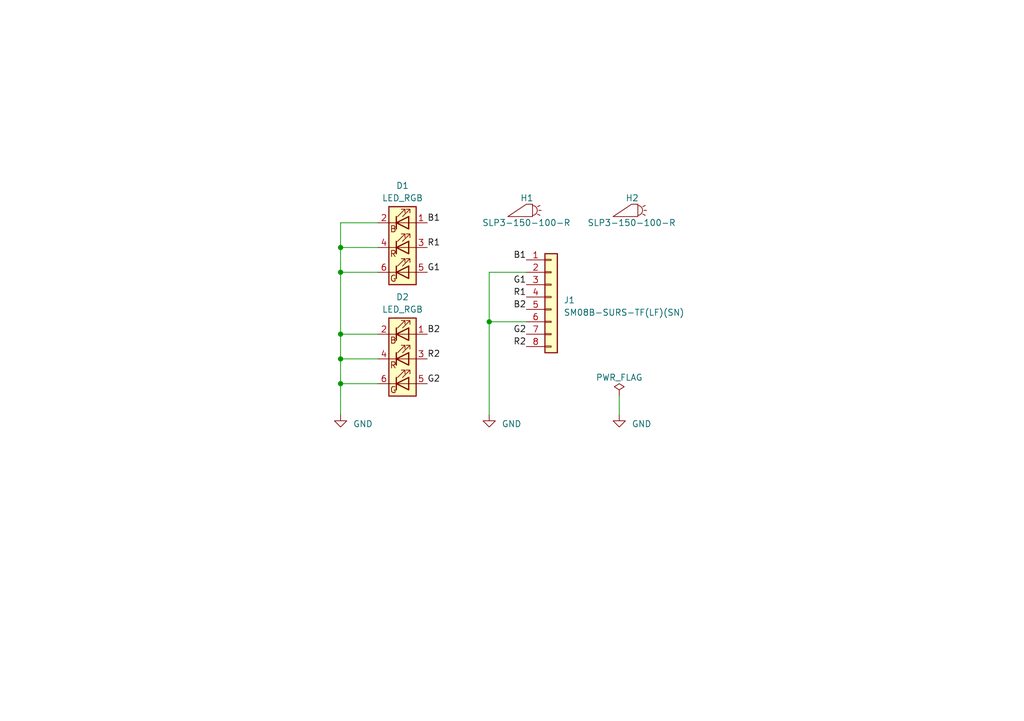
<source format=kicad_sch>
(kicad_sch (version 20230121) (generator eeschema)
  (paper "A5")
  (title_block (title "PCIe Bracket LED PCB") (date "2023-03-24") (rev "A") (company "Open Ephys, Inc") (comment 1 "Cris Sharp"))
  (lib_symbols
    (symbol "Connector_Generic:Conn_01x08" (pin_names (offset 1.016) hide)
      (property "Reference" "J" (at 0 10.16 0))
      (property "Value" "Conn_01x08" (at 0 -12.7 0))
      (symbol "Conn_01x08_1_1"
        (rectangle (start -1.27 -10.033) (end 0 -10.287) (stroke (width 0.1524)))
        (rectangle (start -1.27 -7.493) (end 0 -7.747) (stroke (width 0.1524)))
        (rectangle (start -1.27 -4.953) (end 0 -5.207) (stroke (width 0.1524)))
        (rectangle (start -1.27 -2.413) (end 0 -2.667) (stroke (width 0.1524)))
        (rectangle (start -1.27 0.127) (end 0 -0.127) (stroke (width 0.1524)))
        (rectangle (start -1.27 2.667) (end 0 2.413) (stroke (width 0.1524)))
        (rectangle (start -1.27 5.207) (end 0 4.953) (stroke (width 0.1524)))
        (rectangle (start -1.27 7.747) (end 0 7.493) (stroke (width 0.1524)))
        (rectangle (start -1.27 8.89) (end 1.27 -11.43) (stroke (width 0.254)) (fill (type background)))
        (pin passive line (at -5.08 7.62 0) (length 3.81) (name "Pin_1") (number "1"))
        (pin passive line (at -5.08 5.08 0) (length 3.81) (name "Pin_2") (number "2"))
        (pin passive line (at -5.08 2.54 0) (length 3.81) (name "Pin_3") (number "3"))
        (pin passive line (at -5.08 0 0) (length 3.81) (name "Pin_4") (number "4"))
        (pin passive line (at -5.08 -2.54 0) (length 3.81) (name "Pin_5") (number "5"))
        (pin passive line (at -5.08 -5.08 0) (length 3.81) (name "Pin_6") (number "6"))
        (pin passive line (at -5.08 -7.62 0) (length 3.81) (name "Pin_7") (number "7"))
        (pin passive line (at -5.08 -10.16 0) (length 3.81) (name "Pin_8") (number "8"))
      )
    )
    (symbol "Open Ephys:EAST1616RGBA8" (pin_names (offset 0) hide)
      (property "Reference" "D1" (at 0 12.7 0))
      (property "Value" "LED_RGB" (at 0 10.16 0))
      (symbol "EAST1616RGBA8_0_0"
        (text "B" (at -1.905 3.81 0) (effects (font (size 1.27 1.27))))
        (text "G" (at -1.905 -6.35 0) (effects (font (size 1.27 1.27))))
        (text "R" (at -1.905 -1.27 0) (effects (font (size 1.27 1.27))))
      )
      (symbol "EAST1616RGBA8_0_1"
        (rectangle (start -2.794 8.382) (end 2.794 -7.62) (stroke (width 0.254)) (fill (type background)))
        (polyline (pts (xy -1.27 -5.08) (xy -2.54 -5.08)))
        (polyline (pts (xy -1.27 -5.08) (xy 1.27 -5.08)))
        (polyline (pts (xy -1.27 -3.81) (xy -1.27 -6.35)) (stroke (width 0.254)))
        (polyline (pts (xy -1.27 0) (xy -2.54 0)))
        (polyline (pts (xy -1.27 1.27) (xy -1.27 -1.27)) (stroke (width 0.254)))
        (polyline (pts (xy -1.27 5.08) (xy -2.54 5.08)))
        (polyline (pts (xy -1.27 5.08) (xy 1.27 5.08)))
        (polyline (pts (xy -1.27 6.35) (xy -1.27 3.81)) (stroke (width 0.254)))
        (polyline (pts (xy 1.27 -5.08) (xy 2.54 -5.08)))
        (polyline (pts (xy 1.27 0) (xy -1.27 0)))
        (polyline (pts (xy 1.27 0) (xy 2.54 0)))
        (polyline (pts (xy 1.27 5.08) (xy 2.54 5.08)))
        (polyline (pts (xy -1.27 1.27) (xy -1.27 -1.27) (xy -1.27 -1.27)))
        (polyline (pts (xy -1.27 6.35) (xy -1.27 3.81) (xy -1.27 3.81)))
        (polyline (pts (xy 1.27 -3.81) (xy 1.27 -6.35) (xy -1.27 -5.08) (xy 1.27 -3.81)) (stroke (width 0.254)))
        (polyline (pts (xy 1.27 1.27) (xy 1.27 -1.27) (xy -1.27 0) (xy 1.27 1.27)) (stroke (width 0.254)))
        (polyline (pts (xy 1.27 6.35) (xy 1.27 3.81) (xy -1.27 5.08) (xy 1.27 6.35)) (stroke (width 0.254)))
        (polyline (pts (xy -1.016 -3.81) (xy 0.508 -2.286) (xy -0.254 -2.286) (xy 0.508 -2.286) (xy 0.508 -3.048)))
        (polyline (pts (xy -1.016 1.27) (xy 0.508 2.794) (xy -0.254 2.794) (xy 0.508 2.794) (xy 0.508 2.032)))
        (polyline (pts (xy -1.016 6.35) (xy 0.508 7.874) (xy -0.254 7.874) (xy 0.508 7.874) (xy 0.508 7.112)))
        (polyline (pts (xy 0 -3.81) (xy 1.524 -2.286) (xy 0.762 -2.286) (xy 1.524 -2.286) (xy 1.524 -3.048)))
        (polyline (pts (xy 0 1.27) (xy 1.524 2.794) (xy 0.762 2.794) (xy 1.524 2.794) (xy 1.524 2.032)))
        (polyline (pts (xy 0 6.35) (xy 1.524 7.874) (xy 0.762 7.874) (xy 1.524 7.874) (xy 1.524 7.112)))
        (rectangle (start 1.27 -1.27) (end 1.27 1.27))
        (rectangle (start 1.27 1.27) (end 1.27 1.27))
        (rectangle (start 1.27 3.81) (end 1.27 6.35))
        (rectangle (start 1.27 6.35) (end 1.27 6.35))
      )
      (symbol "EAST1616RGBA8_1_1"
        (pin passive line (at 5.08 5.08 180) (length 2.54) (name "BA") (number "1"))
        (pin passive line (at -5.08 5.08 0) (length 2.54) (name "BK") (number "2"))
        (pin passive line (at 5.08 0 180) (length 2.54) (name "RA") (number "3"))
        (pin passive line (at -5.08 0 0) (length 2.54) (name "RK") (number "4"))
        (pin passive line (at 5.08 -5.08 180) (length 2.54) (name "GA") (number "5"))
        (pin passive line (at -5.08 -5.08 0) (length 2.54) (name "GK") (number "6"))
      )
    )
    (symbol "jonnew:LIGHTPIPE"
      (property "Reference" "H" (at 0 2.54 0))
      (symbol "LIGHTPIPE_0_1"
        (polyline (pts (xy 2.286 -0.762) (xy 2.794 -1.016)))
        (polyline (pts (xy 2.286 0.762) (xy 2.794 1.016)))
        (polyline (pts (xy 3.048 0) (xy 2.54 0)))
        (polyline (pts (xy 1.27 1.27) (xy 1.27 -1.27) (xy -3.81 -1.27) (xy 0 1.27) (xy 1.27 1.27)))
        (arc (start 1.27 -1.016) (mid 2.234 0) (end 1.27 1.016))
      )
    )
    (symbol "power:GND" (power) (pin_names (offset 0))
      (property "Value" "GND" (at 0 -3.81 0))
      (symbol "GND_0_1"
        (polyline (pts (xy 0 0) (xy 0 -1.27) (xy 1.27 -1.27) (xy 0 -2.54) (xy -1.27 -1.27) (xy 0 -1.27)))
      )
      (symbol "GND_1_1"
        (pin power_in line (at 0 0 270) (length 0) hide (name "GND") (number "1"))
      )
    )
    (symbol "power:PWR_FLAG" (power) (pin_numbers hide) (pin_names (offset 0) hide)
      (property "Value" "PWR_FLAG" (at 0 3.81 0))
      (symbol "PWR_FLAG_0_0"
        (pin power_out line (at 0 0 90) (length 0) (name "pwr") (number "1"))
      )
      (symbol "PWR_FLAG_0_1"
        (polyline (pts (xy 0 0) (xy 0 1.27) (xy -1.016 1.905) (xy 0 2.54) (xy 1.016 1.905) (xy 0 1.27)))
      )
    )
  )
  (junction (at 69.85 50.8))
  (junction (at 69.85 73.66))
  (junction (at 69.85 68.58))
  (junction (at 69.85 55.88))
  (junction (at 100.33 66.04))
  (junction (at 69.85 78.74))
  (wire (pts (xy 100.33 66.04) (xy 107.95 66.04)))
  (wire (pts (xy 69.85 45.72) (xy 69.85 50.8)))
  (wire (pts (xy 69.85 55.88) (xy 77.47 55.88)))
  (wire (pts (xy 69.85 73.66) (xy 77.47 73.66)))
  (wire (pts (xy 100.33 85.09) (xy 100.33 66.04)))
  (wire (pts (xy 100.33 55.88) (xy 107.95 55.88)))
  (wire (pts (xy 77.47 45.72) (xy 69.85 45.72)))
  (wire (pts (xy 69.85 85.09) (xy 69.85 78.74)))
  (wire (pts (xy 69.85 55.88) (xy 69.85 68.58)))
  (wire (pts (xy 69.85 68.58) (xy 69.85 73.66)))
  (wire (pts (xy 100.33 66.04) (xy 100.33 55.88)))
  (wire (pts (xy 69.85 73.66) (xy 69.85 78.74)))
  (wire (pts (xy 69.85 78.74) (xy 77.47 78.74)))
  (wire (pts (xy 69.85 50.8) (xy 69.85 55.88)))
  (wire (pts (xy 127 81.28) (xy 127 85.09)))
  (wire (pts (xy 69.85 50.8) (xy 77.47 50.8)))
  (wire (pts (xy 69.85 68.58) (xy 77.47 68.58)))
  (label "R2" (at 87.63 73.66 0))
  (label "G2" (at 107.95 68.58 180))
  (label "R1" (at 107.95 60.96 180))
  (label "B1" (at 107.95 53.34 180))
  (label "B2" (at 107.95 63.5 180))
  (label "B1" (at 87.63 45.72 0))
  (label "G1" (at 107.95 58.42 180))
  (label "R2" (at 107.95 71.12 180))
  (label "G2" (at 87.63 78.74 0))
  (label "R1" (at 87.63 50.8 0))
  (label "G1" (at 87.63 55.88 0))
  (label "B2" (at 87.63 68.58 0))
  (symbol (lib_id "jonnew:LIGHTPIPE") (at 107.95 43.18 0) (unit 1)
    (property "Reference" "H1" (at 106.68 40.64 0) (effects (justify left)))
    (property "Value" "SLP3-150-100-R" (at 107.95 45.72 0))
    (property "Footprint" "Open Ephys:BIVAR_SLP3-150-100-R" (effects hide))
    (property "Datasheet" "https://www.bivar.com/parts_content/Datasheets/SLP3-150-XXX-X.pdf" (effects hide))
  )
  (symbol (lib_id "jonnew:LIGHTPIPE") (at 129.54 43.18 0) (unit 1)
    (property "Reference" "H2" (at 128.27 40.64 0) (effects (justify left)))
    (property "Value" "SLP3-150-100-R" (at 129.54 45.72 0))
    (property "Footprint" "Open Ephys:BIVAR_SLP3-150-100-R" (effects hide))
    (property "Datasheet" "https://www.bivar.com/parts_content/Datasheets/SLP3-150-XXX-X.pdf" (effects hide))
  )
  (symbol (lib_id "Connector_Generic:Conn_01x08") (at 113.03 60.96 0) (unit 1)
    (property "Reference" "J1" (at 115.57 61.595 0) (effects (justify left)))
    (property "Value" "SM08B-SURS-TF(LF)(SN)" (at 115.57 64.135 0) (effects (justify left)))
    (property "Footprint" "Open Ephys:JST_SM08B-SURS-TF(LF)(SN)" (effects hide))
    (property "Datasheet" "https://www.jst-mfg.com/product/pdf/eng/eSUR.pdf" (effects hide))
    (property "LCSC" "C595161" (effects hide))
  )
  (symbol (lib_id "power:PWR_FLAG") (at 127 81.28 0) (unit 1)
    (property "Reference" "#FLG01" (effects hide))
    (property "Value" "PWR_FLAG" (at 127 77.47 0))
  )
  (symbol (lib_id "power:GND") (at 127 85.09 0) (unit 1)
    (property "Reference" "#PWR03" (effects hide))
    (property "Value" "GND" (at 129.54 86.995 0) (effects (justify left)))
  )
  (symbol (lib_id "power:GND") (at 69.85 85.09 0) (unit 1)
    (property "Reference" "#PWR01" (effects hide))
    (property "Value" "GND" (at 72.39 86.995 0) (effects (justify left)))
  )
  (symbol (lib_id "Open Ephys:EAST1616RGBA8") (at 82.55 73.66 0) (unit 1)
    (property "Reference" "D2" (at 82.55 60.96 0))
    (property "Value" "LED_RGB" (at 82.55 63.5 0))
    (property "Footprint" "Open Ephys:EVERLIGHT_6-SMD-1.6x1.6" (effects hide))
    (property "Datasheet" "https://everlightamericas.com/index.php?controller=attachment&id_attachment=2142" (effects hide))
    (property "LCSC" "C131204" (effects hide))
  )
  (symbol (lib_id "Open Ephys:EAST1616RGBA8") (at 82.55 50.8 0) (unit 1)
    (property "Reference" "D1" (at 82.55 38.1 0))
    (property "Value" "LED_RGB" (at 82.55 40.64 0))
    (property "Footprint" "Open Ephys:EVERLIGHT_6-SMD-1.6x1.6" (effects hide))
    (property "Datasheet" "https://everlightamericas.com/index.php?controller=attachment&id_attachment=2142" (effects hide))
    (property "LCSC" "C131204" (effects hide))
  )
  (symbol (lib_id "power:GND") (at 100.33 85.09 0) (unit 1)
    (property "Reference" "#PWR02" (effects hide))
    (property "Value" "GND" (at 102.87 86.995 0) (effects (justify left)))
  )
)
</source>
